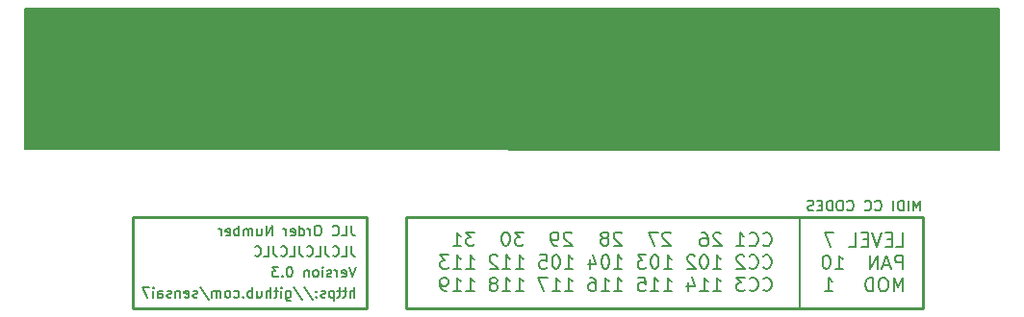
<source format=gbr>
G04 #@! TF.GenerationSoftware,KiCad,Pcbnew,(5.0.2)-1*
G04 #@! TF.CreationDate,2021-01-29T22:41:03+01:00*
G04 #@! TF.ProjectId,CardSizeMidiController,43617264-5369-47a6-954d-696469436f6e,rev?*
G04 #@! TF.SameCoordinates,Original*
G04 #@! TF.FileFunction,Legend,Bot*
G04 #@! TF.FilePolarity,Positive*
%FSLAX46Y46*%
G04 Gerber Fmt 4.6, Leading zero omitted, Abs format (unit mm)*
G04 Created by KiCad (PCBNEW (5.0.2)-1) date 29/01/2021 22:41:03*
%MOMM*%
%LPD*%
G01*
G04 APERTURE LIST*
%ADD10C,0.150000*%
%ADD11C,0.177800*%
%ADD12C,0.228600*%
G04 APERTURE END LIST*
D10*
X68100000Y-30000000D02*
X68100000Y-22000000D01*
D11*
X39513001Y-23298357D02*
X38770144Y-23298357D01*
X39170144Y-23755500D01*
X38998715Y-23755500D01*
X38884430Y-23812642D01*
X38827287Y-23869785D01*
X38770144Y-23984071D01*
X38770144Y-24269785D01*
X38827287Y-24384071D01*
X38884430Y-24441214D01*
X38998715Y-24498357D01*
X39341572Y-24498357D01*
X39455858Y-24441214D01*
X39513001Y-24384071D01*
X37627287Y-24498357D02*
X38313001Y-24498357D01*
X37970144Y-24498357D02*
X37970144Y-23298357D01*
X38084430Y-23469785D01*
X38198715Y-23584071D01*
X38313001Y-23641214D01*
X43813001Y-23298357D02*
X43070144Y-23298357D01*
X43470144Y-23755500D01*
X43298715Y-23755500D01*
X43184430Y-23812642D01*
X43127287Y-23869785D01*
X43070144Y-23984071D01*
X43070144Y-24269785D01*
X43127287Y-24384071D01*
X43184430Y-24441214D01*
X43298715Y-24498357D01*
X43641572Y-24498357D01*
X43755858Y-24441214D01*
X43813001Y-24384071D01*
X42327287Y-23298357D02*
X42213001Y-23298357D01*
X42098715Y-23355500D01*
X42041572Y-23412642D01*
X41984430Y-23526928D01*
X41927287Y-23755500D01*
X41927287Y-24041214D01*
X41984430Y-24269785D01*
X42041572Y-24384071D01*
X42098715Y-24441214D01*
X42213001Y-24498357D01*
X42327287Y-24498357D01*
X42441572Y-24441214D01*
X42498715Y-24384071D01*
X42555858Y-24269785D01*
X42613001Y-24041214D01*
X42613001Y-23755500D01*
X42555858Y-23526928D01*
X42498715Y-23412642D01*
X42441572Y-23355500D01*
X42327287Y-23298357D01*
X48055858Y-23412642D02*
X47998715Y-23355500D01*
X47884430Y-23298357D01*
X47598715Y-23298357D01*
X47484430Y-23355500D01*
X47427287Y-23412642D01*
X47370144Y-23526928D01*
X47370144Y-23641214D01*
X47427287Y-23812642D01*
X48113001Y-24498357D01*
X47370144Y-24498357D01*
X46798715Y-24498357D02*
X46570144Y-24498357D01*
X46455858Y-24441214D01*
X46398715Y-24384071D01*
X46284430Y-24212642D01*
X46227287Y-23984071D01*
X46227287Y-23526928D01*
X46284430Y-23412642D01*
X46341572Y-23355500D01*
X46455858Y-23298357D01*
X46684430Y-23298357D01*
X46798715Y-23355500D01*
X46855858Y-23412642D01*
X46913001Y-23526928D01*
X46913001Y-23812642D01*
X46855858Y-23926928D01*
X46798715Y-23984071D01*
X46684430Y-24041214D01*
X46455858Y-24041214D01*
X46341572Y-23984071D01*
X46284430Y-23926928D01*
X46227287Y-23812642D01*
X52455858Y-23412642D02*
X52398715Y-23355500D01*
X52284430Y-23298357D01*
X51998715Y-23298357D01*
X51884430Y-23355500D01*
X51827287Y-23412642D01*
X51770144Y-23526928D01*
X51770144Y-23641214D01*
X51827287Y-23812642D01*
X52513001Y-24498357D01*
X51770144Y-24498357D01*
X51084430Y-23812642D02*
X51198715Y-23755500D01*
X51255858Y-23698357D01*
X51313001Y-23584071D01*
X51313001Y-23526928D01*
X51255858Y-23412642D01*
X51198715Y-23355500D01*
X51084430Y-23298357D01*
X50855858Y-23298357D01*
X50741572Y-23355500D01*
X50684430Y-23412642D01*
X50627287Y-23526928D01*
X50627287Y-23584071D01*
X50684430Y-23698357D01*
X50741572Y-23755500D01*
X50855858Y-23812642D01*
X51084430Y-23812642D01*
X51198715Y-23869785D01*
X51255858Y-23926928D01*
X51313001Y-24041214D01*
X51313001Y-24269785D01*
X51255858Y-24384071D01*
X51198715Y-24441214D01*
X51084430Y-24498357D01*
X50855858Y-24498357D01*
X50741572Y-24441214D01*
X50684430Y-24384071D01*
X50627287Y-24269785D01*
X50627287Y-24041214D01*
X50684430Y-23926928D01*
X50741572Y-23869785D01*
X50855858Y-23812642D01*
X56755858Y-23412642D02*
X56698715Y-23355500D01*
X56584430Y-23298357D01*
X56298715Y-23298357D01*
X56184430Y-23355500D01*
X56127287Y-23412642D01*
X56070144Y-23526928D01*
X56070144Y-23641214D01*
X56127287Y-23812642D01*
X56813001Y-24498357D01*
X56070144Y-24498357D01*
X55670144Y-23298357D02*
X54870144Y-23298357D01*
X55384430Y-24498357D01*
X71098715Y-23365057D02*
X70298715Y-23365057D01*
X70813001Y-24565057D01*
X71270144Y-26542857D02*
X71955858Y-26542857D01*
X71613001Y-26542857D02*
X71613001Y-25342857D01*
X71727287Y-25514285D01*
X71841572Y-25628571D01*
X71955858Y-25685714D01*
X70527287Y-25342857D02*
X70413001Y-25342857D01*
X70298715Y-25400000D01*
X70241572Y-25457142D01*
X70184430Y-25571428D01*
X70127287Y-25800000D01*
X70127287Y-26085714D01*
X70184430Y-26314285D01*
X70241572Y-26428571D01*
X70298715Y-26485714D01*
X70413001Y-26542857D01*
X70527287Y-26542857D01*
X70641572Y-26485714D01*
X70698715Y-26428571D01*
X70755858Y-26314285D01*
X70813001Y-26085714D01*
X70813001Y-25800000D01*
X70755858Y-25571428D01*
X70698715Y-25457142D01*
X70641572Y-25400000D01*
X70527287Y-25342857D01*
X70355858Y-28520657D02*
X71041572Y-28520657D01*
X70698715Y-28520657D02*
X70698715Y-27320657D01*
X70813001Y-27492085D01*
X70927287Y-27606371D01*
X71041572Y-27663514D01*
X64913001Y-24425661D02*
X64970144Y-24482804D01*
X65141572Y-24539947D01*
X65255858Y-24539947D01*
X65427287Y-24482804D01*
X65541572Y-24368518D01*
X65598715Y-24254232D01*
X65655858Y-24025661D01*
X65655858Y-23854232D01*
X65598715Y-23625661D01*
X65541572Y-23511375D01*
X65427287Y-23397090D01*
X65255858Y-23339947D01*
X65141572Y-23339947D01*
X64970144Y-23397090D01*
X64913001Y-23454232D01*
X63713001Y-24425661D02*
X63770144Y-24482804D01*
X63941572Y-24539947D01*
X64055858Y-24539947D01*
X64227287Y-24482804D01*
X64341572Y-24368518D01*
X64398715Y-24254232D01*
X64455858Y-24025661D01*
X64455858Y-23854232D01*
X64398715Y-23625661D01*
X64341572Y-23511375D01*
X64227287Y-23397090D01*
X64055858Y-23339947D01*
X63941572Y-23339947D01*
X63770144Y-23397090D01*
X63713001Y-23454232D01*
X62570144Y-24539947D02*
X63255858Y-24539947D01*
X62913001Y-24539947D02*
X62913001Y-23339947D01*
X63027287Y-23511375D01*
X63141572Y-23625661D01*
X63255858Y-23682804D01*
X61198715Y-23454232D02*
X61141572Y-23397090D01*
X61027287Y-23339947D01*
X60741572Y-23339947D01*
X60627287Y-23397090D01*
X60570144Y-23454232D01*
X60513001Y-23568518D01*
X60513001Y-23682804D01*
X60570144Y-23854232D01*
X61255858Y-24539947D01*
X60513001Y-24539947D01*
X59484430Y-23339947D02*
X59713001Y-23339947D01*
X59827287Y-23397090D01*
X59884430Y-23454232D01*
X59998715Y-23625661D01*
X60055858Y-23854232D01*
X60055858Y-24311375D01*
X59998715Y-24425661D01*
X59941572Y-24482804D01*
X59827287Y-24539947D01*
X59598715Y-24539947D01*
X59484430Y-24482804D01*
X59427287Y-24425661D01*
X59370144Y-24311375D01*
X59370144Y-24025661D01*
X59427287Y-23911375D01*
X59484430Y-23854232D01*
X59598715Y-23797090D01*
X59827287Y-23797090D01*
X59941572Y-23854232D01*
X59998715Y-23911375D01*
X60055858Y-24025661D01*
X64913001Y-26403461D02*
X64970144Y-26460604D01*
X65141572Y-26517747D01*
X65255858Y-26517747D01*
X65427287Y-26460604D01*
X65541572Y-26346318D01*
X65598715Y-26232032D01*
X65655858Y-26003461D01*
X65655858Y-25832032D01*
X65598715Y-25603461D01*
X65541572Y-25489175D01*
X65427287Y-25374890D01*
X65255858Y-25317747D01*
X65141572Y-25317747D01*
X64970144Y-25374890D01*
X64913001Y-25432032D01*
X63713001Y-26403461D02*
X63770144Y-26460604D01*
X63941572Y-26517747D01*
X64055858Y-26517747D01*
X64227287Y-26460604D01*
X64341572Y-26346318D01*
X64398715Y-26232032D01*
X64455858Y-26003461D01*
X64455858Y-25832032D01*
X64398715Y-25603461D01*
X64341572Y-25489175D01*
X64227287Y-25374890D01*
X64055858Y-25317747D01*
X63941572Y-25317747D01*
X63770144Y-25374890D01*
X63713001Y-25432032D01*
X63255858Y-25432032D02*
X63198715Y-25374890D01*
X63084430Y-25317747D01*
X62798715Y-25317747D01*
X62684430Y-25374890D01*
X62627287Y-25432032D01*
X62570144Y-25546318D01*
X62570144Y-25660604D01*
X62627287Y-25832032D01*
X63313001Y-26517747D01*
X62570144Y-26517747D01*
X60513001Y-26517747D02*
X61198715Y-26517747D01*
X60855858Y-26517747D02*
X60855858Y-25317747D01*
X60970144Y-25489175D01*
X61084430Y-25603461D01*
X61198715Y-25660604D01*
X59770144Y-25317747D02*
X59655858Y-25317747D01*
X59541572Y-25374890D01*
X59484430Y-25432032D01*
X59427287Y-25546318D01*
X59370144Y-25774890D01*
X59370144Y-26060604D01*
X59427287Y-26289175D01*
X59484430Y-26403461D01*
X59541572Y-26460604D01*
X59655858Y-26517747D01*
X59770144Y-26517747D01*
X59884430Y-26460604D01*
X59941572Y-26403461D01*
X59998715Y-26289175D01*
X60055858Y-26060604D01*
X60055858Y-25774890D01*
X59998715Y-25546318D01*
X59941572Y-25432032D01*
X59884430Y-25374890D01*
X59770144Y-25317747D01*
X58913001Y-25432032D02*
X58855858Y-25374890D01*
X58741572Y-25317747D01*
X58455858Y-25317747D01*
X58341572Y-25374890D01*
X58284430Y-25432032D01*
X58227287Y-25546318D01*
X58227287Y-25660604D01*
X58284430Y-25832032D01*
X58970144Y-26517747D01*
X58227287Y-26517747D01*
X56170144Y-26517747D02*
X56855858Y-26517747D01*
X56513001Y-26517747D02*
X56513001Y-25317747D01*
X56627287Y-25489175D01*
X56741572Y-25603461D01*
X56855858Y-25660604D01*
X55427287Y-25317747D02*
X55313001Y-25317747D01*
X55198715Y-25374890D01*
X55141572Y-25432032D01*
X55084430Y-25546318D01*
X55027287Y-25774890D01*
X55027287Y-26060604D01*
X55084430Y-26289175D01*
X55141572Y-26403461D01*
X55198715Y-26460604D01*
X55313001Y-26517747D01*
X55427287Y-26517747D01*
X55541572Y-26460604D01*
X55598715Y-26403461D01*
X55655858Y-26289175D01*
X55713001Y-26060604D01*
X55713001Y-25774890D01*
X55655858Y-25546318D01*
X55598715Y-25432032D01*
X55541572Y-25374890D01*
X55427287Y-25317747D01*
X54627287Y-25317747D02*
X53884430Y-25317747D01*
X54284430Y-25774890D01*
X54113001Y-25774890D01*
X53998715Y-25832032D01*
X53941572Y-25889175D01*
X53884430Y-26003461D01*
X53884430Y-26289175D01*
X53941572Y-26403461D01*
X53998715Y-26460604D01*
X54113001Y-26517747D01*
X54455858Y-26517747D01*
X54570144Y-26460604D01*
X54627287Y-26403461D01*
X51827287Y-26517747D02*
X52513001Y-26517747D01*
X52170144Y-26517747D02*
X52170144Y-25317747D01*
X52284430Y-25489175D01*
X52398715Y-25603461D01*
X52513001Y-25660604D01*
X51084430Y-25317747D02*
X50970144Y-25317747D01*
X50855858Y-25374890D01*
X50798715Y-25432032D01*
X50741572Y-25546318D01*
X50684430Y-25774890D01*
X50684430Y-26060604D01*
X50741572Y-26289175D01*
X50798715Y-26403461D01*
X50855858Y-26460604D01*
X50970144Y-26517747D01*
X51084430Y-26517747D01*
X51198715Y-26460604D01*
X51255858Y-26403461D01*
X51313001Y-26289175D01*
X51370144Y-26060604D01*
X51370144Y-25774890D01*
X51313001Y-25546318D01*
X51255858Y-25432032D01*
X51198715Y-25374890D01*
X51084430Y-25317747D01*
X49655858Y-25717747D02*
X49655858Y-26517747D01*
X49941572Y-25260604D02*
X50227287Y-26117747D01*
X49484430Y-26117747D01*
X47484430Y-26517747D02*
X48170144Y-26517747D01*
X47827287Y-26517747D02*
X47827287Y-25317747D01*
X47941572Y-25489175D01*
X48055858Y-25603461D01*
X48170144Y-25660604D01*
X46741572Y-25317747D02*
X46627287Y-25317747D01*
X46513001Y-25374890D01*
X46455858Y-25432032D01*
X46398715Y-25546318D01*
X46341572Y-25774890D01*
X46341572Y-26060604D01*
X46398715Y-26289175D01*
X46455858Y-26403461D01*
X46513001Y-26460604D01*
X46627287Y-26517747D01*
X46741572Y-26517747D01*
X46855858Y-26460604D01*
X46913001Y-26403461D01*
X46970144Y-26289175D01*
X47027287Y-26060604D01*
X47027287Y-25774890D01*
X46970144Y-25546318D01*
X46913001Y-25432032D01*
X46855858Y-25374890D01*
X46741572Y-25317747D01*
X45255858Y-25317747D02*
X45827287Y-25317747D01*
X45884430Y-25889175D01*
X45827287Y-25832032D01*
X45713001Y-25774890D01*
X45427287Y-25774890D01*
X45313001Y-25832032D01*
X45255858Y-25889175D01*
X45198715Y-26003461D01*
X45198715Y-26289175D01*
X45255858Y-26403461D01*
X45313001Y-26460604D01*
X45427287Y-26517747D01*
X45713001Y-26517747D01*
X45827287Y-26460604D01*
X45884430Y-26403461D01*
X43141572Y-26517747D02*
X43827287Y-26517747D01*
X43484430Y-26517747D02*
X43484430Y-25317747D01*
X43598715Y-25489175D01*
X43713001Y-25603461D01*
X43827287Y-25660604D01*
X41998715Y-26517747D02*
X42684430Y-26517747D01*
X42341572Y-26517747D02*
X42341572Y-25317747D01*
X42455858Y-25489175D01*
X42570144Y-25603461D01*
X42684430Y-25660604D01*
X41541572Y-25432032D02*
X41484430Y-25374890D01*
X41370144Y-25317747D01*
X41084430Y-25317747D01*
X40970144Y-25374890D01*
X40913001Y-25432032D01*
X40855858Y-25546318D01*
X40855858Y-25660604D01*
X40913001Y-25832032D01*
X41598715Y-26517747D01*
X40855858Y-26517747D01*
X38798715Y-26517747D02*
X39484430Y-26517747D01*
X39141572Y-26517747D02*
X39141572Y-25317747D01*
X39255858Y-25489175D01*
X39370144Y-25603461D01*
X39484430Y-25660604D01*
X37655858Y-26517747D02*
X38341572Y-26517747D01*
X37998715Y-26517747D02*
X37998715Y-25317747D01*
X38113001Y-25489175D01*
X38227287Y-25603461D01*
X38341572Y-25660604D01*
X37255858Y-25317747D02*
X36513001Y-25317747D01*
X36913001Y-25774890D01*
X36741572Y-25774890D01*
X36627287Y-25832032D01*
X36570144Y-25889175D01*
X36513001Y-26003461D01*
X36513001Y-26289175D01*
X36570144Y-26403461D01*
X36627287Y-26460604D01*
X36741572Y-26517747D01*
X37084430Y-26517747D01*
X37198715Y-26460604D01*
X37255858Y-26403461D01*
X64913001Y-28381261D02*
X64970144Y-28438404D01*
X65141572Y-28495547D01*
X65255858Y-28495547D01*
X65427287Y-28438404D01*
X65541572Y-28324118D01*
X65598715Y-28209832D01*
X65655858Y-27981261D01*
X65655858Y-27809832D01*
X65598715Y-27581261D01*
X65541572Y-27466975D01*
X65427287Y-27352690D01*
X65255858Y-27295547D01*
X65141572Y-27295547D01*
X64970144Y-27352690D01*
X64913001Y-27409832D01*
X63713001Y-28381261D02*
X63770144Y-28438404D01*
X63941572Y-28495547D01*
X64055858Y-28495547D01*
X64227287Y-28438404D01*
X64341572Y-28324118D01*
X64398715Y-28209832D01*
X64455858Y-27981261D01*
X64455858Y-27809832D01*
X64398715Y-27581261D01*
X64341572Y-27466975D01*
X64227287Y-27352690D01*
X64055858Y-27295547D01*
X63941572Y-27295547D01*
X63770144Y-27352690D01*
X63713001Y-27409832D01*
X63313001Y-27295547D02*
X62570144Y-27295547D01*
X62970144Y-27752690D01*
X62798715Y-27752690D01*
X62684430Y-27809832D01*
X62627287Y-27866975D01*
X62570144Y-27981261D01*
X62570144Y-28266975D01*
X62627287Y-28381261D01*
X62684430Y-28438404D01*
X62798715Y-28495547D01*
X63141572Y-28495547D01*
X63255858Y-28438404D01*
X63313001Y-28381261D01*
X60513001Y-28495547D02*
X61198715Y-28495547D01*
X60855858Y-28495547D02*
X60855858Y-27295547D01*
X60970144Y-27466975D01*
X61084430Y-27581261D01*
X61198715Y-27638404D01*
X59370144Y-28495547D02*
X60055858Y-28495547D01*
X59713001Y-28495547D02*
X59713001Y-27295547D01*
X59827287Y-27466975D01*
X59941572Y-27581261D01*
X60055858Y-27638404D01*
X58341572Y-27695547D02*
X58341572Y-28495547D01*
X58627287Y-27238404D02*
X58913001Y-28095547D01*
X58170144Y-28095547D01*
X56170144Y-28495547D02*
X56855858Y-28495547D01*
X56513001Y-28495547D02*
X56513001Y-27295547D01*
X56627287Y-27466975D01*
X56741572Y-27581261D01*
X56855858Y-27638404D01*
X55027287Y-28495547D02*
X55713001Y-28495547D01*
X55370144Y-28495547D02*
X55370144Y-27295547D01*
X55484430Y-27466975D01*
X55598715Y-27581261D01*
X55713001Y-27638404D01*
X53941572Y-27295547D02*
X54513001Y-27295547D01*
X54570144Y-27866975D01*
X54513001Y-27809832D01*
X54398715Y-27752690D01*
X54113001Y-27752690D01*
X53998715Y-27809832D01*
X53941572Y-27866975D01*
X53884430Y-27981261D01*
X53884430Y-28266975D01*
X53941572Y-28381261D01*
X53998715Y-28438404D01*
X54113001Y-28495547D01*
X54398715Y-28495547D01*
X54513001Y-28438404D01*
X54570144Y-28381261D01*
X51827287Y-28495547D02*
X52513001Y-28495547D01*
X52170144Y-28495547D02*
X52170144Y-27295547D01*
X52284430Y-27466975D01*
X52398715Y-27581261D01*
X52513001Y-27638404D01*
X50684430Y-28495547D02*
X51370144Y-28495547D01*
X51027287Y-28495547D02*
X51027287Y-27295547D01*
X51141572Y-27466975D01*
X51255858Y-27581261D01*
X51370144Y-27638404D01*
X49655858Y-27295547D02*
X49884430Y-27295547D01*
X49998715Y-27352690D01*
X50055858Y-27409832D01*
X50170144Y-27581261D01*
X50227287Y-27809832D01*
X50227287Y-28266975D01*
X50170144Y-28381261D01*
X50113001Y-28438404D01*
X49998715Y-28495547D01*
X49770144Y-28495547D01*
X49655858Y-28438404D01*
X49598715Y-28381261D01*
X49541572Y-28266975D01*
X49541572Y-27981261D01*
X49598715Y-27866975D01*
X49655858Y-27809832D01*
X49770144Y-27752690D01*
X49998715Y-27752690D01*
X50113001Y-27809832D01*
X50170144Y-27866975D01*
X50227287Y-27981261D01*
X47484430Y-28495547D02*
X48170144Y-28495547D01*
X47827287Y-28495547D02*
X47827287Y-27295547D01*
X47941572Y-27466975D01*
X48055858Y-27581261D01*
X48170144Y-27638404D01*
X46341572Y-28495547D02*
X47027287Y-28495547D01*
X46684430Y-28495547D02*
X46684430Y-27295547D01*
X46798715Y-27466975D01*
X46913001Y-27581261D01*
X47027287Y-27638404D01*
X45941572Y-27295547D02*
X45141572Y-27295547D01*
X45655858Y-28495547D01*
X43141572Y-28495547D02*
X43827287Y-28495547D01*
X43484430Y-28495547D02*
X43484430Y-27295547D01*
X43598715Y-27466975D01*
X43713001Y-27581261D01*
X43827287Y-27638404D01*
X41998715Y-28495547D02*
X42684430Y-28495547D01*
X42341572Y-28495547D02*
X42341572Y-27295547D01*
X42455858Y-27466975D01*
X42570144Y-27581261D01*
X42684430Y-27638404D01*
X41313001Y-27809832D02*
X41427287Y-27752690D01*
X41484430Y-27695547D01*
X41541572Y-27581261D01*
X41541572Y-27524118D01*
X41484430Y-27409832D01*
X41427287Y-27352690D01*
X41313001Y-27295547D01*
X41084430Y-27295547D01*
X40970144Y-27352690D01*
X40913001Y-27409832D01*
X40855858Y-27524118D01*
X40855858Y-27581261D01*
X40913001Y-27695547D01*
X40970144Y-27752690D01*
X41084430Y-27809832D01*
X41313001Y-27809832D01*
X41427287Y-27866975D01*
X41484430Y-27924118D01*
X41541572Y-28038404D01*
X41541572Y-28266975D01*
X41484430Y-28381261D01*
X41427287Y-28438404D01*
X41313001Y-28495547D01*
X41084430Y-28495547D01*
X40970144Y-28438404D01*
X40913001Y-28381261D01*
X40855858Y-28266975D01*
X40855858Y-28038404D01*
X40913001Y-27924118D01*
X40970144Y-27866975D01*
X41084430Y-27809832D01*
X38798715Y-28495547D02*
X39484430Y-28495547D01*
X39141572Y-28495547D02*
X39141572Y-27295547D01*
X39255858Y-27466975D01*
X39370144Y-27581261D01*
X39484430Y-27638404D01*
X37655858Y-28495547D02*
X38341572Y-28495547D01*
X37998715Y-28495547D02*
X37998715Y-27295547D01*
X38113001Y-27466975D01*
X38227287Y-27581261D01*
X38341572Y-27638404D01*
X37084430Y-28495547D02*
X36855858Y-28495547D01*
X36741572Y-28438404D01*
X36684430Y-28381261D01*
X36570144Y-28209832D01*
X36513001Y-27981261D01*
X36513001Y-27524118D01*
X36570144Y-27409832D01*
X36627287Y-27352690D01*
X36741572Y-27295547D01*
X36970144Y-27295547D01*
X37084430Y-27352690D01*
X37141572Y-27409832D01*
X37198715Y-27524118D01*
X37198715Y-27809832D01*
X37141572Y-27924118D01*
X37084430Y-27981261D01*
X36970144Y-28038404D01*
X36741572Y-28038404D01*
X36627287Y-27981261D01*
X36570144Y-27924118D01*
X36513001Y-27809832D01*
X76627287Y-24565057D02*
X77198715Y-24565057D01*
X77198715Y-23365057D01*
X76227287Y-23936485D02*
X75827287Y-23936485D01*
X75655858Y-24565057D02*
X76227287Y-24565057D01*
X76227287Y-23365057D01*
X75655858Y-23365057D01*
X75313001Y-23365057D02*
X74913001Y-24565057D01*
X74513001Y-23365057D01*
X74113001Y-23936485D02*
X73713001Y-23936485D01*
X73541572Y-24565057D02*
X74113001Y-24565057D01*
X74113001Y-23365057D01*
X73541572Y-23365057D01*
X72455858Y-24565057D02*
X73027287Y-24565057D01*
X73027287Y-23365057D01*
X77198715Y-26542857D02*
X77198715Y-25342857D01*
X76741572Y-25342857D01*
X76627287Y-25400000D01*
X76570144Y-25457142D01*
X76513001Y-25571428D01*
X76513001Y-25742857D01*
X76570144Y-25857142D01*
X76627287Y-25914285D01*
X76741572Y-25971428D01*
X77198715Y-25971428D01*
X76055858Y-26200000D02*
X75484430Y-26200000D01*
X76170144Y-26542857D02*
X75770144Y-25342857D01*
X75370144Y-26542857D01*
X74970144Y-26542857D02*
X74970144Y-25342857D01*
X74284430Y-26542857D01*
X74284430Y-25342857D01*
X77198715Y-28520657D02*
X77198715Y-27320657D01*
X76798715Y-28177800D01*
X76398715Y-27320657D01*
X76398715Y-28520657D01*
X75598715Y-27320657D02*
X75370144Y-27320657D01*
X75255858Y-27377800D01*
X75141572Y-27492085D01*
X75084430Y-27720657D01*
X75084430Y-28120657D01*
X75141572Y-28349228D01*
X75255858Y-28463514D01*
X75370144Y-28520657D01*
X75598715Y-28520657D01*
X75713001Y-28463514D01*
X75827287Y-28349228D01*
X75884430Y-28120657D01*
X75884430Y-27720657D01*
X75827287Y-27492085D01*
X75713001Y-27377800D01*
X75598715Y-27320657D01*
X74570144Y-28520657D02*
X74570144Y-27320657D01*
X74284430Y-27320657D01*
X74113001Y-27377800D01*
X73998715Y-27492085D01*
X73941572Y-27606371D01*
X73884430Y-27834942D01*
X73884430Y-28006371D01*
X73941572Y-28234942D01*
X73998715Y-28349228D01*
X74113001Y-28463514D01*
X74284430Y-28520657D01*
X74570144Y-28520657D01*
D12*
X33500000Y-22000000D02*
X79000000Y-22000000D01*
X79000000Y-22000000D02*
X79000000Y-30000000D01*
X33500000Y-30000000D02*
X33500000Y-22000000D01*
X79000000Y-30000000D02*
X33500000Y-30000000D01*
D11*
X78710666Y-21402166D02*
X78710666Y-20513166D01*
X78414333Y-21148166D01*
X78118000Y-20513166D01*
X78118000Y-21402166D01*
X77694666Y-21402166D02*
X77694666Y-20513166D01*
X77271333Y-21402166D02*
X77271333Y-20513166D01*
X77059666Y-20513166D01*
X76932666Y-20555500D01*
X76848000Y-20640166D01*
X76805666Y-20724833D01*
X76763333Y-20894166D01*
X76763333Y-21021166D01*
X76805666Y-21190500D01*
X76848000Y-21275166D01*
X76932666Y-21359833D01*
X77059666Y-21402166D01*
X77271333Y-21402166D01*
X76382333Y-21402166D02*
X76382333Y-20513166D01*
X74773666Y-21317500D02*
X74816000Y-21359833D01*
X74943000Y-21402166D01*
X75027666Y-21402166D01*
X75154666Y-21359833D01*
X75239333Y-21275166D01*
X75281666Y-21190500D01*
X75324000Y-21021166D01*
X75324000Y-20894166D01*
X75281666Y-20724833D01*
X75239333Y-20640166D01*
X75154666Y-20555500D01*
X75027666Y-20513166D01*
X74943000Y-20513166D01*
X74816000Y-20555500D01*
X74773666Y-20597833D01*
X73884666Y-21317500D02*
X73927000Y-21359833D01*
X74054000Y-21402166D01*
X74138666Y-21402166D01*
X74265666Y-21359833D01*
X74350333Y-21275166D01*
X74392666Y-21190500D01*
X74435000Y-21021166D01*
X74435000Y-20894166D01*
X74392666Y-20724833D01*
X74350333Y-20640166D01*
X74265666Y-20555500D01*
X74138666Y-20513166D01*
X74054000Y-20513166D01*
X73927000Y-20555500D01*
X73884666Y-20597833D01*
X72318333Y-21317500D02*
X72360666Y-21359833D01*
X72487666Y-21402166D01*
X72572333Y-21402166D01*
X72699333Y-21359833D01*
X72784000Y-21275166D01*
X72826333Y-21190500D01*
X72868666Y-21021166D01*
X72868666Y-20894166D01*
X72826333Y-20724833D01*
X72784000Y-20640166D01*
X72699333Y-20555500D01*
X72572333Y-20513166D01*
X72487666Y-20513166D01*
X72360666Y-20555500D01*
X72318333Y-20597833D01*
X71768000Y-20513166D02*
X71598666Y-20513166D01*
X71514000Y-20555500D01*
X71429333Y-20640166D01*
X71387000Y-20809500D01*
X71387000Y-21105833D01*
X71429333Y-21275166D01*
X71514000Y-21359833D01*
X71598666Y-21402166D01*
X71768000Y-21402166D01*
X71852666Y-21359833D01*
X71937333Y-21275166D01*
X71979666Y-21105833D01*
X71979666Y-20809500D01*
X71937333Y-20640166D01*
X71852666Y-20555500D01*
X71768000Y-20513166D01*
X71006000Y-21402166D02*
X71006000Y-20513166D01*
X70794333Y-20513166D01*
X70667333Y-20555500D01*
X70582666Y-20640166D01*
X70540333Y-20724833D01*
X70498000Y-20894166D01*
X70498000Y-21021166D01*
X70540333Y-21190500D01*
X70582666Y-21275166D01*
X70667333Y-21359833D01*
X70794333Y-21402166D01*
X71006000Y-21402166D01*
X70117000Y-20936500D02*
X69820666Y-20936500D01*
X69693666Y-21402166D02*
X70117000Y-21402166D01*
X70117000Y-20513166D01*
X69693666Y-20513166D01*
X69355000Y-21359833D02*
X69228000Y-21402166D01*
X69016333Y-21402166D01*
X68931666Y-21359833D01*
X68889333Y-21317500D01*
X68847000Y-21232833D01*
X68847000Y-21148166D01*
X68889333Y-21063500D01*
X68931666Y-21021166D01*
X69016333Y-20978833D01*
X69185666Y-20936500D01*
X69270333Y-20894166D01*
X69312666Y-20851833D01*
X69355000Y-20767166D01*
X69355000Y-20682500D01*
X69312666Y-20597833D01*
X69270333Y-20555500D01*
X69185666Y-20513166D01*
X68974000Y-20513166D01*
X68847000Y-20555500D01*
X28956000Y-29085166D02*
X28956000Y-28196166D01*
X28575000Y-29085166D02*
X28575000Y-28619500D01*
X28617333Y-28534833D01*
X28702000Y-28492500D01*
X28829000Y-28492500D01*
X28913666Y-28534833D01*
X28956000Y-28577166D01*
X28278666Y-28492500D02*
X27940000Y-28492500D01*
X28151666Y-28196166D02*
X28151666Y-28958166D01*
X28109333Y-29042833D01*
X28024666Y-29085166D01*
X27940000Y-29085166D01*
X27770666Y-28492500D02*
X27432000Y-28492500D01*
X27643666Y-28196166D02*
X27643666Y-28958166D01*
X27601333Y-29042833D01*
X27516666Y-29085166D01*
X27432000Y-29085166D01*
X27135666Y-28492500D02*
X27135666Y-29381500D01*
X27135666Y-28534833D02*
X27051000Y-28492500D01*
X26881666Y-28492500D01*
X26797000Y-28534833D01*
X26754666Y-28577166D01*
X26712333Y-28661833D01*
X26712333Y-28915833D01*
X26754666Y-29000500D01*
X26797000Y-29042833D01*
X26881666Y-29085166D01*
X27051000Y-29085166D01*
X27135666Y-29042833D01*
X26373666Y-29042833D02*
X26289000Y-29085166D01*
X26119666Y-29085166D01*
X26035000Y-29042833D01*
X25992666Y-28958166D01*
X25992666Y-28915833D01*
X26035000Y-28831166D01*
X26119666Y-28788833D01*
X26246666Y-28788833D01*
X26331333Y-28746500D01*
X26373666Y-28661833D01*
X26373666Y-28619500D01*
X26331333Y-28534833D01*
X26246666Y-28492500D01*
X26119666Y-28492500D01*
X26035000Y-28534833D01*
X25611666Y-29000500D02*
X25569333Y-29042833D01*
X25611666Y-29085166D01*
X25654000Y-29042833D01*
X25611666Y-29000500D01*
X25611666Y-29085166D01*
X25611666Y-28534833D02*
X25569333Y-28577166D01*
X25611666Y-28619500D01*
X25654000Y-28577166D01*
X25611666Y-28534833D01*
X25611666Y-28619500D01*
X24553333Y-28153833D02*
X25315333Y-29296833D01*
X23622000Y-28153833D02*
X24384000Y-29296833D01*
X22944666Y-28492500D02*
X22944666Y-29212166D01*
X22987000Y-29296833D01*
X23029333Y-29339166D01*
X23114000Y-29381500D01*
X23241000Y-29381500D01*
X23325666Y-29339166D01*
X22944666Y-29042833D02*
X23029333Y-29085166D01*
X23198666Y-29085166D01*
X23283333Y-29042833D01*
X23325666Y-29000500D01*
X23368000Y-28915833D01*
X23368000Y-28661833D01*
X23325666Y-28577166D01*
X23283333Y-28534833D01*
X23198666Y-28492500D01*
X23029333Y-28492500D01*
X22944666Y-28534833D01*
X22521333Y-29085166D02*
X22521333Y-28492500D01*
X22521333Y-28196166D02*
X22563666Y-28238500D01*
X22521333Y-28280833D01*
X22479000Y-28238500D01*
X22521333Y-28196166D01*
X22521333Y-28280833D01*
X22225000Y-28492500D02*
X21886333Y-28492500D01*
X22098000Y-28196166D02*
X22098000Y-28958166D01*
X22055666Y-29042833D01*
X21971000Y-29085166D01*
X21886333Y-29085166D01*
X21590000Y-29085166D02*
X21590000Y-28196166D01*
X21209000Y-29085166D02*
X21209000Y-28619500D01*
X21251333Y-28534833D01*
X21336000Y-28492500D01*
X21463000Y-28492500D01*
X21547666Y-28534833D01*
X21590000Y-28577166D01*
X20404666Y-28492500D02*
X20404666Y-29085166D01*
X20785666Y-28492500D02*
X20785666Y-28958166D01*
X20743333Y-29042833D01*
X20658666Y-29085166D01*
X20531666Y-29085166D01*
X20447000Y-29042833D01*
X20404666Y-29000500D01*
X19981333Y-29085166D02*
X19981333Y-28196166D01*
X19981333Y-28534833D02*
X19896666Y-28492500D01*
X19727333Y-28492500D01*
X19642666Y-28534833D01*
X19600333Y-28577166D01*
X19558000Y-28661833D01*
X19558000Y-28915833D01*
X19600333Y-29000500D01*
X19642666Y-29042833D01*
X19727333Y-29085166D01*
X19896666Y-29085166D01*
X19981333Y-29042833D01*
X19177000Y-29000500D02*
X19134666Y-29042833D01*
X19177000Y-29085166D01*
X19219333Y-29042833D01*
X19177000Y-29000500D01*
X19177000Y-29085166D01*
X18372666Y-29042833D02*
X18457333Y-29085166D01*
X18626666Y-29085166D01*
X18711333Y-29042833D01*
X18753666Y-29000500D01*
X18795999Y-28915833D01*
X18795999Y-28661833D01*
X18753666Y-28577166D01*
X18711333Y-28534833D01*
X18626666Y-28492500D01*
X18457333Y-28492500D01*
X18372666Y-28534833D01*
X17864666Y-29085166D02*
X17949333Y-29042833D01*
X17991666Y-29000500D01*
X18033999Y-28915833D01*
X18033999Y-28661833D01*
X17991666Y-28577166D01*
X17949333Y-28534833D01*
X17864666Y-28492500D01*
X17737666Y-28492500D01*
X17652999Y-28534833D01*
X17610666Y-28577166D01*
X17568333Y-28661833D01*
X17568333Y-28915833D01*
X17610666Y-29000500D01*
X17652999Y-29042833D01*
X17737666Y-29085166D01*
X17864666Y-29085166D01*
X17187333Y-29085166D02*
X17187333Y-28492500D01*
X17187333Y-28577166D02*
X17144999Y-28534833D01*
X17060333Y-28492500D01*
X16933333Y-28492500D01*
X16848666Y-28534833D01*
X16806333Y-28619500D01*
X16806333Y-29085166D01*
X16806333Y-28619500D02*
X16763999Y-28534833D01*
X16679333Y-28492500D01*
X16552333Y-28492500D01*
X16467666Y-28534833D01*
X16425333Y-28619500D01*
X16425333Y-29085166D01*
X15366999Y-28153833D02*
X16128999Y-29296833D01*
X15112999Y-29042833D02*
X15028333Y-29085166D01*
X14858999Y-29085166D01*
X14774333Y-29042833D01*
X14731999Y-28958166D01*
X14731999Y-28915833D01*
X14774333Y-28831166D01*
X14858999Y-28788833D01*
X14985999Y-28788833D01*
X15070666Y-28746500D01*
X15112999Y-28661833D01*
X15112999Y-28619500D01*
X15070666Y-28534833D01*
X14985999Y-28492500D01*
X14858999Y-28492500D01*
X14774333Y-28534833D01*
X14012333Y-29042833D02*
X14096999Y-29085166D01*
X14266333Y-29085166D01*
X14350999Y-29042833D01*
X14393333Y-28958166D01*
X14393333Y-28619500D01*
X14350999Y-28534833D01*
X14266333Y-28492500D01*
X14096999Y-28492500D01*
X14012333Y-28534833D01*
X13969999Y-28619500D01*
X13969999Y-28704166D01*
X14393333Y-28788833D01*
X13588999Y-28492500D02*
X13588999Y-29085166D01*
X13588999Y-28577166D02*
X13546666Y-28534833D01*
X13461999Y-28492500D01*
X13334999Y-28492500D01*
X13250333Y-28534833D01*
X13207999Y-28619500D01*
X13207999Y-29085166D01*
X12826999Y-29042833D02*
X12742333Y-29085166D01*
X12572999Y-29085166D01*
X12488333Y-29042833D01*
X12445999Y-28958166D01*
X12445999Y-28915833D01*
X12488333Y-28831166D01*
X12572999Y-28788833D01*
X12699999Y-28788833D01*
X12784666Y-28746500D01*
X12826999Y-28661833D01*
X12826999Y-28619500D01*
X12784666Y-28534833D01*
X12699999Y-28492500D01*
X12572999Y-28492500D01*
X12488333Y-28534833D01*
X11683999Y-29085166D02*
X11683999Y-28619500D01*
X11726333Y-28534833D01*
X11810999Y-28492500D01*
X11980333Y-28492500D01*
X12064999Y-28534833D01*
X11683999Y-29042833D02*
X11768666Y-29085166D01*
X11980333Y-29085166D01*
X12064999Y-29042833D01*
X12107333Y-28958166D01*
X12107333Y-28873500D01*
X12064999Y-28788833D01*
X11980333Y-28746500D01*
X11768666Y-28746500D01*
X11683999Y-28704166D01*
X11260666Y-29085166D02*
X11260666Y-28492500D01*
X11260666Y-28196166D02*
X11302999Y-28238500D01*
X11260666Y-28280833D01*
X11218333Y-28238500D01*
X11260666Y-28196166D01*
X11260666Y-28280833D01*
X10921999Y-28196166D02*
X10329333Y-28196166D01*
X10710333Y-29085166D01*
X29083000Y-26375832D02*
X28786667Y-27264832D01*
X28490333Y-26375832D01*
X27855333Y-27222499D02*
X27940000Y-27264832D01*
X28109333Y-27264832D01*
X28194000Y-27222499D01*
X28236333Y-27137832D01*
X28236333Y-26799166D01*
X28194000Y-26714499D01*
X28109333Y-26672166D01*
X27940000Y-26672166D01*
X27855333Y-26714499D01*
X27813000Y-26799166D01*
X27813000Y-26883832D01*
X28236333Y-26968499D01*
X27432000Y-27264832D02*
X27432000Y-26672166D01*
X27432000Y-26841499D02*
X27389667Y-26756832D01*
X27347333Y-26714499D01*
X27262667Y-26672166D01*
X27178000Y-26672166D01*
X26924000Y-27222499D02*
X26839333Y-27264832D01*
X26670000Y-27264832D01*
X26585333Y-27222499D01*
X26543000Y-27137832D01*
X26543000Y-27095499D01*
X26585333Y-27010832D01*
X26670000Y-26968499D01*
X26797000Y-26968499D01*
X26881667Y-26926166D01*
X26924000Y-26841499D01*
X26924000Y-26799166D01*
X26881667Y-26714499D01*
X26797000Y-26672166D01*
X26670000Y-26672166D01*
X26585333Y-26714499D01*
X26162000Y-27264832D02*
X26162000Y-26672166D01*
X26162000Y-26375832D02*
X26204333Y-26418166D01*
X26162000Y-26460499D01*
X26119667Y-26418166D01*
X26162000Y-26375832D01*
X26162000Y-26460499D01*
X25611667Y-27264832D02*
X25696333Y-27222499D01*
X25738667Y-27180166D01*
X25781000Y-27095499D01*
X25781000Y-26841499D01*
X25738667Y-26756832D01*
X25696333Y-26714499D01*
X25611667Y-26672166D01*
X25484667Y-26672166D01*
X25400000Y-26714499D01*
X25357667Y-26756832D01*
X25315333Y-26841499D01*
X25315333Y-27095499D01*
X25357667Y-27180166D01*
X25400000Y-27222499D01*
X25484667Y-27264832D01*
X25611667Y-27264832D01*
X24934333Y-26672166D02*
X24934333Y-27264832D01*
X24934333Y-26756832D02*
X24892000Y-26714499D01*
X24807333Y-26672166D01*
X24680333Y-26672166D01*
X24595667Y-26714499D01*
X24553333Y-26799166D01*
X24553333Y-27264832D01*
X23283333Y-26375832D02*
X23198667Y-26375832D01*
X23114000Y-26418166D01*
X23071667Y-26460499D01*
X23029333Y-26545166D01*
X22987000Y-26714499D01*
X22987000Y-26926166D01*
X23029333Y-27095499D01*
X23071667Y-27180166D01*
X23114000Y-27222499D01*
X23198667Y-27264832D01*
X23283333Y-27264832D01*
X23368000Y-27222499D01*
X23410333Y-27180166D01*
X23452667Y-27095499D01*
X23495000Y-26926166D01*
X23495000Y-26714499D01*
X23452667Y-26545166D01*
X23410333Y-26460499D01*
X23368000Y-26418166D01*
X23283333Y-26375832D01*
X22606000Y-27180166D02*
X22563667Y-27222499D01*
X22606000Y-27264832D01*
X22648333Y-27222499D01*
X22606000Y-27180166D01*
X22606000Y-27264832D01*
X22267333Y-26375832D02*
X21717000Y-26375832D01*
X22013333Y-26714499D01*
X21886333Y-26714499D01*
X21801667Y-26756832D01*
X21759333Y-26799166D01*
X21717000Y-26883832D01*
X21717000Y-27095499D01*
X21759333Y-27180166D01*
X21801667Y-27222499D01*
X21886333Y-27264832D01*
X22140333Y-27264832D01*
X22225000Y-27222499D01*
X22267333Y-27180166D01*
X28701999Y-22735166D02*
X28701999Y-23370166D01*
X28744333Y-23497166D01*
X28828999Y-23581833D01*
X28955999Y-23624166D01*
X29040666Y-23624166D01*
X27855333Y-23624166D02*
X28278666Y-23624166D01*
X28278666Y-22735166D01*
X27050999Y-23539500D02*
X27093333Y-23581833D01*
X27220333Y-23624166D01*
X27304999Y-23624166D01*
X27431999Y-23581833D01*
X27516666Y-23497166D01*
X27558999Y-23412500D01*
X27601333Y-23243166D01*
X27601333Y-23116166D01*
X27558999Y-22946833D01*
X27516666Y-22862166D01*
X27431999Y-22777500D01*
X27304999Y-22735166D01*
X27220333Y-22735166D01*
X27093333Y-22777500D01*
X27050999Y-22819833D01*
X25823333Y-22735166D02*
X25653999Y-22735166D01*
X25569333Y-22777500D01*
X25484666Y-22862166D01*
X25442333Y-23031500D01*
X25442333Y-23327833D01*
X25484666Y-23497166D01*
X25569333Y-23581833D01*
X25653999Y-23624166D01*
X25823333Y-23624166D01*
X25907999Y-23581833D01*
X25992666Y-23497166D01*
X26034999Y-23327833D01*
X26034999Y-23031500D01*
X25992666Y-22862166D01*
X25907999Y-22777500D01*
X25823333Y-22735166D01*
X25061333Y-23624166D02*
X25061333Y-23031500D01*
X25061333Y-23200833D02*
X25018999Y-23116166D01*
X24976666Y-23073833D01*
X24891999Y-23031500D01*
X24807333Y-23031500D01*
X24129999Y-23624166D02*
X24129999Y-22735166D01*
X24129999Y-23581833D02*
X24214666Y-23624166D01*
X24383999Y-23624166D01*
X24468666Y-23581833D01*
X24510999Y-23539500D01*
X24553333Y-23454833D01*
X24553333Y-23200833D01*
X24510999Y-23116166D01*
X24468666Y-23073833D01*
X24383999Y-23031500D01*
X24214666Y-23031500D01*
X24129999Y-23073833D01*
X23367999Y-23581833D02*
X23452666Y-23624166D01*
X23621999Y-23624166D01*
X23706666Y-23581833D01*
X23748999Y-23497166D01*
X23748999Y-23158500D01*
X23706666Y-23073833D01*
X23621999Y-23031500D01*
X23452666Y-23031500D01*
X23367999Y-23073833D01*
X23325666Y-23158500D01*
X23325666Y-23243166D01*
X23748999Y-23327833D01*
X22944666Y-23624166D02*
X22944666Y-23031500D01*
X22944666Y-23200833D02*
X22902333Y-23116166D01*
X22859999Y-23073833D01*
X22775333Y-23031500D01*
X22690666Y-23031500D01*
X21716999Y-23624166D02*
X21716999Y-22735166D01*
X21208999Y-23624166D01*
X21208999Y-22735166D01*
X20404666Y-23031500D02*
X20404666Y-23624166D01*
X20785666Y-23031500D02*
X20785666Y-23497166D01*
X20743333Y-23581833D01*
X20658666Y-23624166D01*
X20531666Y-23624166D01*
X20446999Y-23581833D01*
X20404666Y-23539500D01*
X19981333Y-23624166D02*
X19981333Y-23031500D01*
X19981333Y-23116166D02*
X19938999Y-23073833D01*
X19854333Y-23031500D01*
X19727333Y-23031500D01*
X19642666Y-23073833D01*
X19600333Y-23158500D01*
X19600333Y-23624166D01*
X19600333Y-23158500D02*
X19557999Y-23073833D01*
X19473333Y-23031500D01*
X19346333Y-23031500D01*
X19261666Y-23073833D01*
X19219333Y-23158500D01*
X19219333Y-23624166D01*
X18795999Y-23624166D02*
X18795999Y-22735166D01*
X18795999Y-23073833D02*
X18711333Y-23031500D01*
X18541999Y-23031500D01*
X18457333Y-23073833D01*
X18414999Y-23116166D01*
X18372666Y-23200833D01*
X18372666Y-23454833D01*
X18414999Y-23539500D01*
X18457333Y-23581833D01*
X18541999Y-23624166D01*
X18711333Y-23624166D01*
X18795999Y-23581833D01*
X17652999Y-23581833D02*
X17737666Y-23624166D01*
X17906999Y-23624166D01*
X17991666Y-23581833D01*
X18033999Y-23497166D01*
X18033999Y-23158500D01*
X17991666Y-23073833D01*
X17906999Y-23031500D01*
X17737666Y-23031500D01*
X17652999Y-23073833D01*
X17610666Y-23158500D01*
X17610666Y-23243166D01*
X18033999Y-23327833D01*
X17229666Y-23624166D02*
X17229666Y-23031500D01*
X17229666Y-23200833D02*
X17187333Y-23116166D01*
X17144999Y-23073833D01*
X17060333Y-23031500D01*
X16975666Y-23031500D01*
D12*
X9500000Y-22000000D02*
X30000000Y-22000000D01*
X9500000Y-30000000D02*
X9500000Y-22000000D01*
X30000000Y-30000000D02*
X9500000Y-30000000D01*
X30000000Y-22000000D02*
X30000000Y-30000000D01*
D10*
G36*
X0Y-16000000D02*
X0Y-3600000D01*
X85700000Y-3600000D01*
X85700000Y-16010000D01*
X0Y-16000000D01*
G37*
X0Y-16000000D02*
X0Y-3600000D01*
X85700000Y-3600000D01*
X85700000Y-16010000D01*
X0Y-16000000D01*
D11*
X28702000Y-24555499D02*
X28702000Y-25190499D01*
X28744333Y-25317499D01*
X28829000Y-25402166D01*
X28956000Y-25444499D01*
X29040667Y-25444499D01*
X27855333Y-25444499D02*
X28278667Y-25444499D01*
X28278667Y-24555499D01*
X27051000Y-25359833D02*
X27093333Y-25402166D01*
X27220333Y-25444499D01*
X27305000Y-25444499D01*
X27432000Y-25402166D01*
X27516667Y-25317499D01*
X27559000Y-25232833D01*
X27601333Y-25063499D01*
X27601333Y-24936499D01*
X27559000Y-24767166D01*
X27516667Y-24682499D01*
X27432000Y-24597833D01*
X27305000Y-24555499D01*
X27220333Y-24555499D01*
X27093333Y-24597833D01*
X27051000Y-24640166D01*
X26416000Y-24555499D02*
X26416000Y-25190499D01*
X26458333Y-25317499D01*
X26543000Y-25402166D01*
X26670000Y-25444499D01*
X26754667Y-25444499D01*
X25569333Y-25444499D02*
X25992667Y-25444499D01*
X25992667Y-24555499D01*
X24765000Y-25359833D02*
X24807333Y-25402166D01*
X24934333Y-25444499D01*
X25019000Y-25444499D01*
X25146000Y-25402166D01*
X25230667Y-25317499D01*
X25273000Y-25232833D01*
X25315333Y-25063499D01*
X25315333Y-24936499D01*
X25273000Y-24767166D01*
X25230667Y-24682499D01*
X25146000Y-24597833D01*
X25019000Y-24555499D01*
X24934333Y-24555499D01*
X24807333Y-24597833D01*
X24765000Y-24640166D01*
X24130000Y-24555499D02*
X24130000Y-25190499D01*
X24172333Y-25317499D01*
X24257000Y-25402166D01*
X24384000Y-25444499D01*
X24468667Y-25444499D01*
X23283333Y-25444499D02*
X23706667Y-25444499D01*
X23706667Y-24555499D01*
X22479000Y-25359833D02*
X22521333Y-25402166D01*
X22648333Y-25444499D01*
X22733000Y-25444499D01*
X22860000Y-25402166D01*
X22944667Y-25317499D01*
X22987000Y-25232833D01*
X23029333Y-25063499D01*
X23029333Y-24936499D01*
X22987000Y-24767166D01*
X22944667Y-24682499D01*
X22860000Y-24597833D01*
X22733000Y-24555499D01*
X22648333Y-24555499D01*
X22521333Y-24597833D01*
X22479000Y-24640166D01*
X21844000Y-24555499D02*
X21844000Y-25190499D01*
X21886333Y-25317499D01*
X21971000Y-25402166D01*
X22098000Y-25444499D01*
X22182667Y-25444499D01*
X20997333Y-25444499D02*
X21420667Y-25444499D01*
X21420667Y-24555499D01*
X20193000Y-25359833D02*
X20235333Y-25402166D01*
X20362333Y-25444499D01*
X20447000Y-25444499D01*
X20574000Y-25402166D01*
X20658667Y-25317499D01*
X20701000Y-25232833D01*
X20743333Y-25063499D01*
X20743333Y-24936499D01*
X20701000Y-24767166D01*
X20658667Y-24682499D01*
X20574000Y-24597833D01*
X20447000Y-24555499D01*
X20362333Y-24555499D01*
X20235333Y-24597833D01*
X20193000Y-24640166D01*
M02*

</source>
